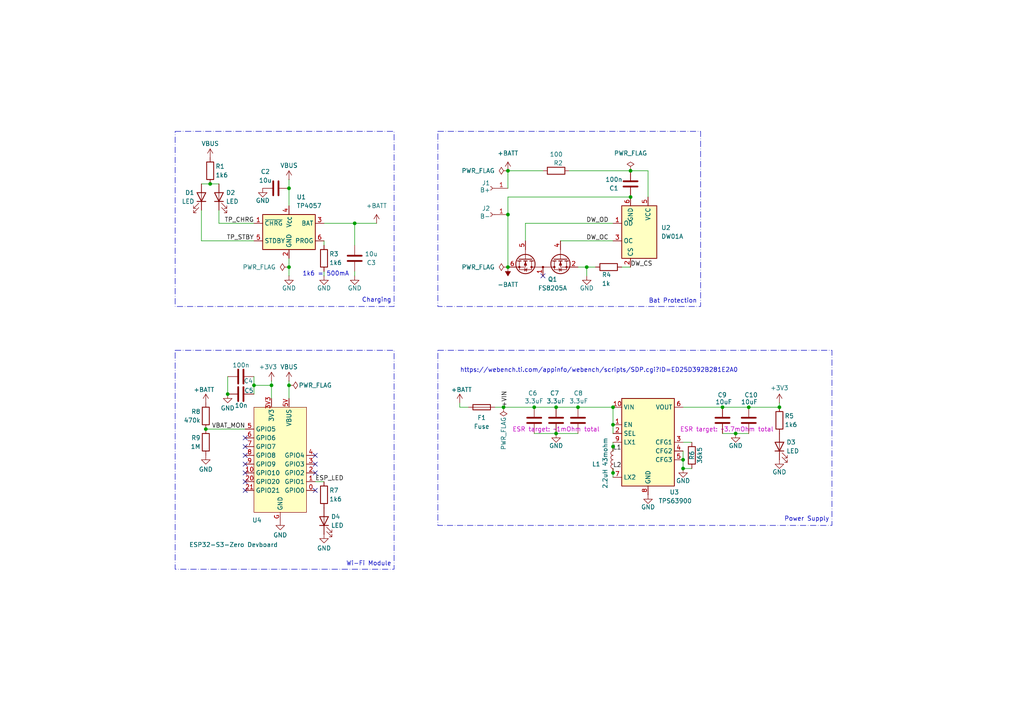
<source format=kicad_sch>
(kicad_sch (version 20250114) (generator "eeschema") (generator_version "9.0")
  (paper "A4")
  (lib_symbols
    (symbol "Battery_Management:DW01A"
      (property "Reference" "U" (at -6.604 6.35 0))
      (property "Value" "DW01A" (at 4.318 6.604 0))
      (symbol "DW01A_0_1"
        (pin power_in line (at -10.16 2.54 0) (length 2.54) (name "VCC") (number "5"))
        (pin power_in line (at -10.16 -2.54 0) (length 2.54) (name "GND") (number "6"))
        (pin output line (at -2.54 -7.62 90) (length 2.54) (name "OD") (number "1"))
        (pin output line (at 2.54 -7.62 90) (length 2.54) (name "OC") (number "3"))
        (pin input line (at 10.16 -2.54 180) (length 2.54) (name "CS") (number "2"))
      )
      (symbol "DW01A_1_1"
        (rectangle (start -7.62 5.08) (end 7.62 -5.08) (stroke (width 0.254)) (fill (type background)))
        (pin no_connect line (at 10.16 2.54 180) (length 2.54) (hide yes) (name "TD") (number "4"))
      )
    )
    (symbol "Battery_Management:TP4057"
      (property "Reference" "U" (at -6.35 6.604 0))
      (property "Value" "TP4057" (at 1.524 6.604 0))
      (symbol "TP4057_0_1"
        (rectangle (start -7.62 5.08) (end 7.62 -5.08) (stroke (width 0.254)) (fill (type background)))
      )
      (symbol "TP4057_1_1"
        (pin open_collector line (at -10.16 2.54 0) (length 2.54) (name "~{CHRG}") (number "1"))
        (pin open_collector line (at -10.16 -2.54 0) (length 2.54) (name "STDBY") (number "5"))
        (pin power_in line (at 0 7.62 270) (length 2.54) (name "V_{CC}") (number "4"))
        (pin power_in line (at 0 -7.62 90) (length 2.54) (name "GND") (number "2"))
        (pin power_out line (at 10.16 2.54 180) (length 2.54) (name "BAT") (number "3"))
        (pin passive line (at 10.16 -2.54 180) (length 2.54) (name "PROG") (number "6"))
      )
    )
    (symbol "Connector:Conn_01x01_Socket" (pin_names (offset 1.016) (hide yes))
      (property "Reference" "J" (at 0 2.54 0))
      (property "Value" "Conn_01x01_Socket" (at 0 -2.54 0))
      (symbol "Conn_01x01_Socket_1_1"
        (polyline (pts (xy -1.27 0) (xy -0.508 0)) (stroke (width 0.1524)))
        (arc (start 0 -0.508) (mid -0.5058 0) (end 0 0.508) (stroke (width 0.1524)))
        (pin passive line (at -5.08 0 0) (length 3.81) (name "Pin_1") (number "1"))
      )
    )
    (symbol "Device:C" (pin_numbers (hide yes)) (pin_names (offset 0.254))
      (property "Reference" "C" (at 0.635 2.54 0))
      (property "Value" "C" (at 0.635 -2.54 0))
      (symbol "C_0_1"
        (polyline (pts (xy -2.032 0.762) (xy 2.032 0.762)) (stroke (width 0.508)))
        (polyline (pts (xy -2.032 -0.762) (xy 2.032 -0.762)) (stroke (width 0.508)))
      )
      (symbol "C_1_1"
        (pin passive line (at 0 3.81 270) (length 2.794) (name "~") (number "1"))
        (pin passive line (at 0 -3.81 90) (length 2.794) (name "~") (number "2"))
      )
    )
    (symbol "Device:Fuse" (pin_numbers (hide yes)) (pin_names (offset 0))
      (property "Reference" "F" (at 2.032 0 90))
      (property "Value" "Fuse" (at -1.905 0 90))
      (symbol "Fuse_0_1"
        (rectangle (start -0.762 -2.54) (end 0.762 2.54) (stroke (width 0.254)))
        (polyline (pts (xy 0 2.54) (xy 0 -2.54)))
      )
      (symbol "Fuse_1_1"
        (pin passive line (at 0 3.81 270) (length 1.27) (name "~") (number "1"))
        (pin passive line (at 0 -3.81 90) (length 1.27) (name "~") (number "2"))
      )
    )
    (symbol "Device:L" (pin_numbers (hide yes)) (pin_names (offset 1.016) (hide yes))
      (property "Reference" "L" (at -1.27 0 90))
      (property "Value" "L" (at 1.905 0 90))
      (symbol "L_0_1"
        (arc (start 0 2.54) (mid 0.6323 1.905) (end 0 1.27))
        (arc (start 0 1.27) (mid 0.6323 0.635) (end 0 0))
        (arc (start 0 0) (mid 0.6323 -0.635) (end 0 -1.27))
        (arc (start 0 -1.27) (mid 0.6323 -1.905) (end 0 -2.54))
      )
      (symbol "L_1_1"
        (pin passive line (at 0 3.81 270) (length 1.27) (name "1") (number "1"))
        (pin passive line (at 0 -3.81 90) (length 1.27) (name "2") (number "2"))
      )
    )
    (symbol "Device:LED" (pin_numbers (hide yes)) (pin_names (offset 1.016) (hide yes))
      (property "Reference" "D" (at 0 2.54 0))
      (property "Value" "LED" (at 0 -2.54 0))
      (symbol "LED_0_1"
        (polyline (pts (xy -3.048 -0.762) (xy -4.572 -2.286) (xy -3.81 -2.286) (xy -4.572 -2.286) (xy -4.572 -1.524)))
        (polyline (pts (xy -1.778 -0.762) (xy -3.302 -2.286) (xy -2.54 -2.286) (xy -3.302 -2.286) (xy -3.302 -1.524)))
        (polyline (pts (xy -1.27 0) (xy 1.27 0)))
        (polyline (pts (xy -1.27 -1.27) (xy -1.27 1.27)) (stroke (width 0.254)))
        (polyline (pts (xy 1.27 -1.27) (xy 1.27 1.27) (xy -1.27 0) (xy 1.27 -1.27)) (stroke (width 0.254)))
      )
      (symbol "LED_1_1"
        (pin passive line (at -3.81 0 0) (length 2.54) (name "K") (number "1"))
        (pin passive line (at 3.81 0 180) (length 2.54) (name "A") (number "2"))
      )
    )
    (symbol "Device:R" (pin_numbers (hide yes)) (pin_names (offset 0))
      (property "Reference" "R" (at 2.032 0 90))
      (property "Value" "R" (at 0 0 90))
      (symbol "R_0_1"
        (rectangle (start -1.016 -2.54) (end 1.016 2.54) (stroke (width 0.254)))
      )
      (symbol "R_1_1"
        (pin passive line (at 0 3.81 270) (length 1.27) (name "~") (number "1"))
        (pin passive line (at 0 -3.81 90) (length 1.27) (name "~") (number "2"))
      )
    )
    (symbol "Regulator_Switching:TPS63900"
      (property "Reference" "U" (at -7.62 13.97 0))
      (property "Value" "TPS63900" (at 5.08 13.97 0))
      (symbol "TPS63900_0_1"
        (rectangle (start -7.62 12.7) (end 7.62 -12.7) (stroke (width 0.254)) (fill (type background)))
      )
      (symbol "TPS63900_1_1"
        (pin power_in line (at -10.16 10.16 0) (length 2.54) (name "VIN") (number "10"))
        (pin input line (at -10.16 5.08 0) (length 2.54) (name "EN") (number "1"))
        (pin input line (at -10.16 2.54 0) (length 2.54) (name "SEL") (number "2"))
        (pin input line (at -10.16 0 0) (length 2.54) (name "LX1") (number "9"))
        (pin input line (at -10.16 -10.16 0) (length 2.54) (name "LX2") (number "7"))
        (pin passive line (at 0 -15.24 90) (length 2.54) (hide yes) (name "GND") (number "11"))
        (pin power_in line (at 0 -15.24 90) (length 2.54) (name "GND") (number "8"))
        (pin power_out line (at 10.16 10.16 180) (length 2.54) (name "VOUT") (number "6"))
        (pin input line (at 10.16 0 180) (length 2.54) (name "CFG1") (number "3"))
        (pin input line (at 10.16 -2.54 180) (length 2.54) (name "CFG2") (number "4"))
        (pin input line (at 10.16 -5.08 180) (length 2.54) (name "CFG3") (number "5"))
      )
    )
    (symbol "power:+3V3" (power) (pin_numbers (hide yes)) (pin_names (offset 0) (hide yes))
      (property "Value" "+3V3" (at 0 3.556 0))
      (symbol "+3V3_0_1"
        (polyline (pts (xy -0.762 1.27) (xy 0 2.54)))
        (polyline (pts (xy 0 2.54) (xy 0.762 1.27)))
        (polyline (pts (xy 0 0) (xy 0 2.54)))
      )
      (symbol "+3V3_1_1"
        (pin power_in line (at 0 0 90) (length 0) (name "~") (number "1"))
      )
    )
    (symbol "power:+BATT" (power) (pin_numbers (hide yes)) (pin_names (offset 0) (hide yes))
      (property "Value" "+BATT" (at 0 3.556 0))
      (symbol "+BATT_0_1"
        (polyline (pts (xy -0.762 1.27) (xy 0 2.54)))
        (polyline (pts (xy 0 2.54) (xy 0.762 1.27)))
        (polyline (pts (xy 0 0) (xy 0 2.54)))
      )
      (symbol "+BATT_1_1"
        (pin power_in line (at 0 0 90) (length 0) (name "~") (number "1"))
      )
    )
    (symbol "power:-BATT" (power) (pin_numbers (hide yes)) (pin_names (offset 0) (hide yes))
      (property "Value" "-BATT" (at 0 3.556 0))
      (symbol "-BATT_0_1"
        (polyline (pts (xy 0 0) (xy 0 2.54)))
        (polyline (pts (xy 0.762 1.27) (xy -0.762 1.27) (xy 0 2.54) (xy 0.762 1.27)) (fill (type outline)))
      )
      (symbol "-BATT_1_1"
        (pin power_in line (at 0 0 90) (length 0) (name "~") (number "1"))
      )
    )
    (symbol "power:GND" (power) (pin_numbers (hide yes)) (pin_names (offset 0) (hide yes))
      (property "Value" "GND" (at 0 -3.81 0))
      (symbol "GND_0_1"
        (polyline (pts (xy 0 0) (xy 0 -1.27) (xy 1.27 -1.27) (xy 0 -2.54) (xy -1.27 -1.27) (xy 0 -1.27)))
      )
      (symbol "GND_1_1"
        (pin power_in line (at 0 0 270) (length 0) (name "~") (number "1"))
      )
    )
    (symbol "power:PWR_FLAG" (power) (pin_numbers (hide yes)) (pin_names (offset 0) (hide yes))
      (property "Value" "PWR_FLAG" (at 0 3.81 0))
      (symbol "PWR_FLAG_0_0"
        (pin power_out line (at 0 0 90) (length 0) (name "~") (number "1"))
      )
      (symbol "PWR_FLAG_0_1"
        (polyline (pts (xy 0 0) (xy 0 1.27) (xy -1.016 1.905) (xy 0 2.54) (xy 1.016 1.905) (xy 0 1.27)))
      )
    )
    (symbol "power:VBUS" (power) (pin_numbers (hide yes)) (pin_names (offset 0) (hide yes))
      (property "Value" "VBUS" (at 0 3.556 0))
      (symbol "VBUS_0_1"
        (polyline (pts (xy -0.762 1.27) (xy 0 2.54)))
        (polyline (pts (xy 0 2.54) (xy 0.762 1.27)))
        (polyline (pts (xy 0 0) (xy 0 2.54)))
      )
      (symbol "VBUS_1_1"
        (pin power_in line (at 0 0 90) (length 0) (name "~") (number "1"))
      )
    )
    (symbol "uCLab symbols:ESP32_S3_ZERO" (in_bom no)
      (property "Reference" "U4" (at -8.128 0.254 0))
      (property "Value" "ESP32-S3-Zero Devboard" (at -26.416 -6.858 0))
      (symbol "ESP32_S3_ZERO_1_0"
        (pin bidirectional line (at -10.16 26.67 0) (length 2.54) (name "GPIO5") (number "5"))
        (pin bidirectional line (at -10.16 24.13 0) (length 2.54) (name "GPIO6") (number "6"))
        (pin bidirectional line (at -10.16 21.59 0) (length 2.54) (name "GPIO7") (number "7"))
        (pin bidirectional line (at -10.16 19.05 0) (length 2.54) (name "GPIO8") (number "8"))
        (pin bidirectional line (at -10.16 16.51 0) (length 2.54) (name "GPIO9") (number "9"))
        (pin bidirectional line (at -10.16 13.97 0) (length 2.54) (name "GPIO10") (number "10"))
        (pin bidirectional line (at -10.16 11.43 0) (length 2.54) (name "GPIO20") (number "20"))
        (pin bidirectional line (at -10.16 8.89 0) (length 2.54) (name "GPIO21") (number "21"))
        (pin power_in line (at -2.54 35.56 270) (length 2.54) (name "3V3") (number "3V3"))
        (pin power_in line (at 0 0 90) (length 2.54) (name "GND") (number "G"))
        (pin power_in line (at 2.54 35.56 270) (length 2.54) (name "VBUS") (number "5V"))
        (pin bidirectional line (at 10.16 19.05 180) (length 2.54) (name "GPIO4") (number "4"))
        (pin bidirectional line (at 10.16 16.51 180) (length 2.54) (name "GPIO3") (number "3"))
        (pin bidirectional line (at 10.16 13.97 180) (length 2.54) (name "GPIO2") (number "2"))
        (pin bidirectional line (at 10.16 11.43 180) (length 2.54) (name "GPIO1") (number "1"))
        (pin bidirectional line (at 10.16 8.89 180) (length 2.54) (name "GPIO0") (number "0"))
      )
      (symbol "ESP32_S3_ZERO_1_1"
        (rectangle (start -7.62 33.02) (end 7.62 2.54) (fill (type background)))
      )
    )
    (symbol "uCLab symbols:FS8205A" (pin_names (hide yes))
      (property "Reference" "Q" (at 2.54 6.985 0))
      (property "Value" "FS8205A" (at 2.54 5.08 0))
      (symbol "FS8205A_0_1"
        (polyline (pts (xy -2.286 5.08) (xy -5.08 5.08)))
        (polyline (pts (xy -2.286 3.175) (xy -2.286 6.985)) (stroke (width 0.254)))
        (polyline (pts (xy -1.778 6.858) (xy 0.762 6.858) (xy 0.762 3.302) (xy -1.778 3.302)))
        (polyline (pts (xy -1.778 6.35) (xy -1.778 7.366)) (stroke (width 0.254)))
        (polyline (pts (xy -1.778 4.572) (xy -1.778 5.588)) (stroke (width 0.254)))
        (polyline (pts (xy -1.778 2.794) (xy -1.778 3.81)) (stroke (width 0.254)))
        (polyline (pts (xy -1.524 5.08) (xy -0.508 4.699) (xy -0.508 5.461) (xy -1.524 5.08)) (fill (type outline)))
        (circle (center -0.889 5.08) (radius 2.794) (stroke (width 0.254)))
        (polyline (pts (xy 0 7.62) (xy 0 5.08) (xy -1.778 5.08)))
        (circle (center 0 6.858) (radius 0.254) (fill (type outline)))
        (circle (center 0 3.302) (radius 0.254) (fill (type outline)))
        (polyline (pts (xy 0 -3.302) (xy 0 3.302)))
        (polyline (pts (xy 0.254 4.572) (xy 0.381 4.699) (xy 1.143 4.699) (xy 1.27 4.826)))
        (polyline (pts (xy 0.762 4.699) (xy 0.381 5.334) (xy 1.143 5.334) (xy 0.762 4.699)))
      )
      (symbol "FS8205A_1_1"
        (polyline (pts (xy -2.286 -3.175) (xy -2.286 -6.985)) (stroke (width 0.254)))
        (polyline (pts (xy -2.286 -5.08) (xy -5.08 -5.08)))
        (polyline (pts (xy -1.778 -2.794) (xy -1.778 -3.81)) (stroke (width 0.254)))
        (polyline (pts (xy -1.778 -4.572) (xy -1.778 -5.588)) (stroke (width 0.254)))
        (polyline (pts (xy -1.778 -6.35) (xy -1.778 -7.366)) (stroke (width 0.254)))
        (polyline (pts (xy -1.778 -6.858) (xy 0.762 -6.858) (xy 0.762 -3.302) (xy -1.778 -3.302)))
        (polyline (pts (xy -1.524 -5.08) (xy -0.508 -4.699) (xy -0.508 -5.461) (xy -1.524 -5.08)) (fill (type outline)))
        (circle (center -0.889 -5.08) (radius 2.794) (stroke (width 0.254)))
        (circle (center 0 0) (radius 0.254) (fill (type outline)))
        (circle (center 0 -3.302) (radius 0.254) (fill (type outline)))
        (circle (center 0 -6.858) (radius 0.254) (fill (type outline)))
        (polyline (pts (xy 0 -7.62) (xy 0 -5.08) (xy -1.778 -5.08)))
        (polyline (pts (xy 0.254 -4.572) (xy 0.381 -4.699) (xy 1.143 -4.699) (xy 1.27 -4.826)))
        (polyline (pts (xy 0.762 -4.699) (xy 0.381 -5.334) (xy 1.143 -5.334) (xy 0.762 -4.699)))
        (pin input line (at -7.62 5.08 0) (length 2.54) (name "G1") (number "4"))
        (pin input line (at -7.62 -5.08 0) (length 2.54) (name "G2") (number "5"))
        (pin passive line (at 0 10.16 270) (length 2.54) (name "S1") (number "2"))
        (pin passive line (at 0 10.16 270) (length 2.54) (hide yes) (name "S1") (number "3"))
        (pin passive line (at 0 -10.16 90) (length 2.54) (name "S2") (number "6"))
        (pin passive line (at 0 -10.16 90) (length 2.54) (hide yes) (name "S2") (number "7"))
        (pin passive line (at 2.54 0 180) (length 2.54) (name "D12") (number "1"))
        (pin passive line (at 2.54 0 180) (length 2.54) (hide yes) (name "D12") (number "8"))
      )
    )
  )
  (rectangle (start 50.8 101.6) (end 114.3 165.1) (stroke (width 0) (type dash_dot)))
  (rectangle (start 127 38.1) (end 203.2 88.9) (stroke (width 0) (type dash_dot)))
  (rectangle (start 127 101.6) (end 241.3 152.4) (stroke (width 0) (type dash_dot)))
  (rectangle (start 50.8 38.1) (end 114.3 88.9) (stroke (width 0) (type dash_dot)))
  (text "Charging" (at 113.538 86.36 0) (effects (font (size 1.27 1.27)) (justify right top)))
  (text "ESR target: ~1mOhm total" (at 161.29 124.714 0) (effects (font (size 1.27 1.27))))
  (text "1k6 = 500mA" (at 94.488 79.502 0) (effects (font (size 1.27 1.27))))
  (text "Power Supply" (at 240.538 149.86 0) (effects (font (size 1.27 1.27)) (justify right top)))
  (text "Wi-Fi Module" (at 113.538 162.814 0) (effects (font (size 1.27 1.27)) (justify right top)))
  (text "Bat Protection" (at 202.184 86.614 0) (effects (font (size 1.27 1.27)) (justify right top)))
  (text "ESR target: ~3.7mOhm total" (at 210.82 124.714 0) (effects (font (size 1.27 1.27))))
  (text "https://webench.ti.com/appinfo/webench/scripts/SDP.cgi?ID=ED25D392B281E2A0" (at 173.736 107.442 0) (effects (font (size 1.27 1.27))))
  (junction (at 182.88 57.15))
  (junction (at 147.32 62.23))
  (junction (at 213.36 125.73))
  (junction (at 217.17 118.11))
  (junction (at 78.74 111.76))
  (junction (at 198.12 133.35))
  (junction (at 147.32 77.47))
  (junction (at 154.94 118.11))
  (junction (at 182.88 49.53))
  (junction (at 59.69 124.46))
  (junction (at 161.29 118.11))
  (junction (at 66.04 114.3))
  (junction (at 60.96 53.34))
  (junction (at 177.8 118.11))
  (junction (at 102.87 64.77))
  (junction (at 177.8 129.54))
  (junction (at 177.8 137.16))
  (junction (at 83.82 54.61))
  (junction (at 83.82 111.76))
  (junction (at 198.12 135.89))
  (junction (at 209.55 118.11))
  (junction (at 167.64 118.11))
  (junction (at 170.18 77.47))
  (junction (at 83.82 77.47))
  (junction (at 226.06 118.11))
  (junction (at 161.29 125.73))
  (junction (at 147.32 49.53))
  (junction (at 177.8 123.19))
  (junction (at 73.66 111.76))
  (junction (at 146.05 118.11))
  (no_connect (at 91.44 142.24))
  (no_connect (at 71.12 137.16))
  (no_connect (at 71.12 134.62))
  (no_connect (at 91.44 134.62))
  (no_connect (at 71.12 142.24))
  (no_connect (at 71.12 129.54))
  (no_connect (at 157.48 80.01))
  (no_connect (at 71.12 127))
  (no_connect (at 71.12 139.7))
  (no_connect (at 91.44 137.16))
  (no_connect (at 91.44 132.08))
  (no_connect (at 71.12 132.08))
  (wire (pts (xy 83.82 110.49) (xy 83.82 111.76)))
  (wire (pts (xy 73.66 109.22) (xy 73.66 111.76)))
  (wire (pts (xy 63.5 64.77) (xy 73.66 64.77)))
  (wire (pts (xy 198.12 118.11) (xy 209.55 118.11)))
  (wire (pts (xy 147.32 57.15) (xy 147.32 62.23)))
  (wire (pts (xy 58.42 69.85) (xy 73.66 69.85)))
  (wire (pts (xy 73.66 111.76) (xy 78.74 111.76)))
  (wire (pts (xy 143.51 118.11) (xy 146.05 118.11)))
  (wire (pts (xy 162.56 69.85) (xy 177.8 69.85)))
  (wire (pts (xy 109.22 64.77) (xy 102.87 64.77)))
  (wire (pts (xy 59.69 124.46) (xy 71.12 124.46)))
  (wire (pts (xy 63.5 60.96) (xy 63.5 64.77)))
  (wire (pts (xy 198.12 135.89) (xy 200.66 135.89)))
  (wire (pts (xy 198.12 133.35) (xy 198.12 135.89)))
  (wire (pts (xy 93.98 78.74) (xy 93.98 80.01)))
  (wire (pts (xy 60.96 53.34) (xy 63.5 53.34)))
  (wire (pts (xy 102.87 64.77) (xy 102.87 71.12)))
  (wire (pts (xy 167.64 118.11) (xy 177.8 118.11)))
  (wire (pts (xy 147.32 54.61) (xy 147.32 49.53)))
  (wire (pts (xy 73.66 111.76) (xy 73.66 114.3)))
  (wire (pts (xy 161.29 125.73) (xy 167.64 125.73)))
  (wire (pts (xy 170.18 77.47) (xy 167.64 77.47)))
  (wire (pts (xy 177.8 137.16) (xy 177.8 138.43)))
  (wire (pts (xy 177.8 135.89) (xy 177.8 137.16)))
  (wire (pts (xy 152.4 69.85) (xy 152.4 64.77)))
  (wire (pts (xy 165.1 49.53) (xy 182.88 49.53)))
  (wire (pts (xy 58.42 53.34) (xy 60.96 53.34)))
  (wire (pts (xy 147.32 57.15) (xy 182.88 57.15)))
  (wire (pts (xy 226.06 116.84) (xy 226.06 118.11)))
  (wire (pts (xy 161.29 118.11) (xy 167.64 118.11)))
  (wire (pts (xy 170.18 77.47) (xy 172.72 77.47)))
  (wire (pts (xy 66.04 109.22) (xy 66.04 114.3)))
  (wire (pts (xy 93.98 71.12) (xy 93.98 69.85)))
  (wire (pts (xy 83.82 52.07) (xy 83.82 54.61)))
  (wire (pts (xy 147.32 62.23) (xy 147.32 77.47)))
  (wire (pts (xy 154.94 118.11) (xy 161.29 118.11)))
  (wire (pts (xy 83.82 77.47) (xy 83.82 80.01)))
  (wire (pts (xy 213.36 125.73) (xy 217.17 125.73)))
  (wire (pts (xy 177.8 123.19) (xy 177.8 125.73)))
  (wire (pts (xy 154.94 125.73) (xy 161.29 125.73)))
  (wire (pts (xy 187.96 49.53) (xy 187.96 57.15)))
  (wire (pts (xy 209.55 125.73) (xy 213.36 125.73)))
  (wire (pts (xy 152.4 64.77) (xy 177.8 64.77)))
  (wire (pts (xy 93.98 139.7) (xy 91.44 139.7)))
  (wire (pts (xy 182.88 49.53) (xy 187.96 49.53)))
  (wire (pts (xy 209.55 118.11) (xy 217.17 118.11)))
  (wire (pts (xy 78.74 111.76) (xy 78.74 115.57)))
  (wire (pts (xy 133.35 118.11) (xy 135.89 118.11)))
  (wire (pts (xy 177.8 118.11) (xy 177.8 123.19)))
  (wire (pts (xy 177.8 128.27) (xy 177.8 129.54)))
  (wire (pts (xy 217.17 118.11) (xy 226.06 118.11)))
  (wire (pts (xy 170.18 77.47) (xy 170.18 80.01)))
  (wire (pts (xy 58.42 60.96) (xy 58.42 69.85)))
  (wire (pts (xy 83.82 54.61) (xy 83.82 59.69)))
  (wire (pts (xy 180.34 77.47) (xy 182.88 77.47)))
  (wire (pts (xy 83.82 111.76) (xy 83.82 115.57)))
  (wire (pts (xy 157.48 49.53) (xy 147.32 49.53)))
  (wire (pts (xy 78.74 110.49) (xy 78.74 111.76)))
  (wire (pts (xy 133.35 118.11) (xy 133.35 116.84)))
  (wire (pts (xy 93.98 64.77) (xy 102.87 64.77)))
  (wire (pts (xy 198.12 130.81) (xy 198.12 133.35)))
  (wire (pts (xy 102.87 80.01) (xy 102.87 78.74)))
  (wire (pts (xy 83.82 74.93) (xy 83.82 77.47)))
  (wire (pts (xy 177.8 129.54) (xy 177.8 130.81)))
  (wire (pts (xy 198.12 128.27) (xy 200.66 128.27)))
  (wire (pts (xy 146.05 118.11) (xy 154.94 118.11)))
  (label "DW_CS" (at 182.88 77.47 0))
  (label "L2" (at 177.8 135.89 0))
  (label "ESP_LED" (at 91.44 139.7 0))
  (label "DW_OC" (at 176.53 69.85 180))
  (label "+VIN" (at 147.32 118.11 90))
  (label "DW_OD" (at 176.53 64.77 180))
  (label "TP_STBY" (at 73.66 69.85 180))
  (label "VBAT_MON" (at 71.12 124.46 180))
  (label "TP_CHRG" (at 73.66 64.77 180))
  (label "L1" (at 177.8 130.81 0))
  (symbol (lib_id "power:+BATT") (at 147.32 49.53 0) (unit 1)
    (property "Reference" "#PWR02" (effects (hide yes)))
    (property "Value" "+BATT" (at 147.32 44.45 0))
    (property "Description" "Power symbol creates a global label with name \"+BATT\"" (effects (hide yes)))
  )
  (symbol (lib_id "Device:R") (at 226.06 121.92 180) (unit 1)
    (property "Reference" "R5" (at 227.584 120.65 0) (effects (justify right)))
    (property "Value" "1k6" (at 227.584 123.19 0) (effects (justify right)))
    (property "Footprint" "Resistor_SMD:R_0603_1608Metric" (effects (hide yes)))
    (property "Description" "Resistor" (effects (hide yes)))
  )
  (symbol (lib_id "power:GND") (at 83.82 80.01 0) (unit 1)
    (property "Reference" "#PWR07" (effects (hide yes)))
    (property "Value" "GND" (at 83.82 83.566 0))
    (property "Description" "Power symbol creates a global label with name \"GND\" , ground" (effects (hide yes)))
  )
  (symbol (lib_id "Device:C") (at 154.94 121.92 180) (unit 1)
    (property "Reference" "C6" (at 153.162 114.046 0) (effects (justify right)))
    (property "Value" "3.3uF" (at 152.146 116.332 0) (effects (justify right)))
    (property "Footprint" "Capacitor_SMD:C_0805_2012Metric" (effects (hide yes)))
    (property "Description" "Unpolarized capacitor" (effects (hide yes)))
  )
  (symbol (lib_id "power:GND") (at 170.18 80.01 0) (unit 1)
    (property "Reference" "#PWR010" (effects (hide yes)))
    (property "Value" "GND" (at 170.18 83.566 0))
    (property "Description" "Power symbol creates a global label with name \"GND\" , ground" (effects (hide yes)))
  )
  (symbol (lib_id "Device:Fuse") (at 139.7 118.11 90) (unit 1)
    (property "Reference" "F1" (at 139.7 121.158 90))
    (property "Value" "Fuse" (at 139.7 123.698 90))
    (property "Footprint" "Fuse:Fuse_0603_1608Metric" (effects (hide yes)))
    (property "Description" "Fuse" (effects (hide yes)))
  )
  (symbol (lib_id "Device:LED") (at 63.5 57.15 90) (unit 1)
    (property "Reference" "D2" (at 65.532 55.88 90) (effects (justify right)))
    (property "Value" "LED" (at 65.532 58.42 90) (effects (justify right)))
    (property "Footprint" "LED_SMD:LED_0603_1608Metric" (effects (hide yes)))
    (property "Description" "Light emitting diode" (effects (hide yes)))
  )
  (symbol (lib_id "Device:C") (at 161.29 121.92 180) (unit 1)
    (property "Reference" "C7" (at 159.512 114.046 0) (effects (justify right)))
    (property "Value" "3.3uF" (at 158.496 116.332 0) (effects (justify right)))
    (property "Footprint" "Capacitor_SMD:C_0805_2012Metric" (effects (hide yes)))
    (property "Description" "Unpolarized capacitor" (effects (hide yes)))
  )
  (symbol (lib_id "power:+BATT") (at 109.22 64.77 0) (unit 1)
    (property "Reference" "#PWR05" (effects (hide yes)))
    (property "Value" "+BATT" (at 109.22 59.69 0))
    (property "Description" "Power symbol creates a global label with name \"+BATT\"" (effects (hide yes)))
  )
  (symbol (lib_id "Device:R") (at 161.29 49.53 270) (unit 1)
    (property "Reference" "R2" (at 163.2585 47.3075 90) (effects (justify right)))
    (property "Value" "100" (at 163.2585 44.7675 90) (effects (justify right)))
    (property "Footprint" "Resistor_SMD:R_0603_1608Metric" (effects (hide yes)))
    (property "Description" "Resistor" (effects (hide yes)))
  )
  (symbol (lib_id "Device:C") (at 217.17 121.92 180) (unit 1)
    (property "Reference" "C10" (at 215.9 114.554 0) (effects (justify right)))
    (property "Value" "10uF" (at 214.884 116.586 0) (effects (justify right)))
    (property "Footprint" "Capacitor_SMD:C_0805_2012Metric" (effects (hide yes)))
    (property "Description" "Unpolarized capacitor" (effects (hide yes)))
  )
  (symbol (lib_id "power:PWR_FLAG") (at 83.82 77.47 90) (unit 1)
    (property "Reference" "#FLG03" (effects (hide yes)))
    (property "Value" "PWR_FLAG" (at 80.01 77.4699 90) (effects (justify left)))
    (property "Description" "Special symbol for telling ERC where power comes from" (effects (hide yes)))
  )
  (symbol (lib_id "power:+3V3") (at 78.74 110.49 0) (unit 1)
    (property "Reference" "#PWR011" (effects (hide yes)))
    (property "Value" "+3V3" (at 77.724 106.426 0))
    (property "Description" "Power symbol creates a global label with name \"+3V3\"" (effects (hide yes)))
  )
  (symbol (lib_id "power:GND") (at 161.29 125.73 0) (unit 1)
    (property "Reference" "#PWR016" (effects (hide yes)))
    (property "Value" "GND" (at 161.29 129.286 0))
    (property "Description" "Power symbol creates a global label with name \"GND\" , ground" (effects (hide yes)))
  )
  (symbol (lib_id "Device:C") (at 167.64 121.92 180) (unit 1)
    (property "Reference" "C8" (at 166.37 114.046 0) (effects (justify right)))
    (property "Value" "3.3uF" (at 165.1 116.332 0) (effects (justify right)))
    (property "Footprint" "Capacitor_SMD:C_0805_2012Metric" (effects (hide yes)))
    (property "Description" "Unpolarized capacitor" (effects (hide yes)))
  )
  (symbol (lib_id "power:GND") (at 198.12 135.89 0) (unit 1)
    (property "Reference" "#PWR019" (effects (hide yes)))
    (property "Value" "GND" (at 198.12 139.446 0))
    (property "Description" "Power symbol creates a global label with name \"GND\" , ground" (effects (hide yes)))
  )
  (symbol (lib_id "Connector:Conn_01x01_Socket") (at 142.24 54.61 180) (unit 1)
    (property "Reference" "J1" (at 140.97 53.086 0))
    (property "Value" "B+" (at 140.716 55.118 0))
    (property "Footprint" "cheaponder:pbwire" (effects (hide yes)))
    (property "Description" "Generic connector, single row, 01x01, script generated" (effects (hide yes)))
  )
  (symbol (lib_id "power:GND") (at 76.2 54.61 0) (unit 1)
    (property "Reference" "#PWR04" (effects (hide yes)))
    (property "Value" "GND" (at 76.2 58.166 0))
    (property "Description" "Power symbol creates a global label with name \"GND\" , ground" (effects (hide yes)))
  )
  (symbol (lib_id "power:GND") (at 187.96 143.51 0) (unit 1)
    (property "Reference" "#PWR020" (effects (hide yes)))
    (property "Value" "GND" (at 187.96 147.066 0))
    (property "Description" "Power symbol creates a global label with name \"GND\" , ground" (effects (hide yes)))
  )
  (symbol (lib_id "Battery_Management:TP4057") (at 83.82 67.31 0) (unit 1)
    (property "Reference" "U1" (at 86.0141 57.15 0) (effects (justify left)))
    (property "Value" "TP4057" (at 86.0141 59.69 0) (effects (justify left)))
    (property "Footprint" "Package_TO_SOT_SMD:TSOT-23-6" (effects (hide yes)))
    (property "Datasheet" "http://toppwr.com/uploadfile/file/20230304/640302a47b738.pdf" (effects (hide yes)))
    (property "Description" "Constant-current/constant-voltage linear charger for single cell lithium-ion batteries with 2.9V Trickle Charge, 4.5V to 6.5V VDD, -40 to +85 degree Celsius, TSOT-23-5" (effects (hide yes)))
  )
  (symbol (lib_id "power:GND") (at 93.98 154.94 0) (mirror y) (unit 1)
    (property "Reference" "#PWR022" (effects (hide yes)))
    (property "Value" "GND" (at 93.98 159.004 0))
    (property "Description" "Power symbol creates a global label with name \"GND\" , ground" (effects (hide yes)))
  )
  (symbol (lib_id "power:+3V3") (at 226.06 116.84 0) (unit 1)
    (property "Reference" "#PWR014" (effects (hide yes)))
    (property "Value" "+3V3" (at 226.06 112.522 0))
    (property "Description" "Power symbol creates a global label with name \"+3V3\"" (effects (hide yes)))
  )
  (symbol (lib_id "power:GND") (at 81.28 151.13 0) (unit 1)
    (property "Reference" "#PWR021" (effects (hide yes)))
    (property "Value" "GND" (at 83.312 155.194 0) (effects (justify right)))
    (property "Description" "Power symbol creates a global label with name \"GND\" , ground" (effects (hide yes)))
  )
  (symbol (lib_id "power:GND") (at 66.04 114.3 0) (unit 1)
    (property "Reference" "#PWR015" (effects (hide yes)))
    (property "Value" "GND" (at 68.072 118.364 0) (effects (justify right)))
    (property "Description" "Power symbol creates a global label with name \"GND\" , ground" (effects (hide yes)))
  )
  (symbol (lib_id "Device:R") (at 59.69 128.27 0) (mirror x) (unit 1)
    (property "Reference" "R9" (at 58.166 127 0) (effects (justify right)))
    (property "Value" "1M" (at 58.166 129.54 0) (effects (justify right)))
    (property "Footprint" "Resistor_SMD:R_0603_1608Metric" (effects (hide yes)))
    (property "Description" "Resistor" (effects (hide yes)))
  )
  (symbol (lib_id "power:PWR_FLAG") (at 83.82 111.76 270) (unit 1)
    (property "Reference" "#FLG05" (effects (hide yes)))
    (property "Value" "PWR_FLAG" (at 91.44 111.76 90))
    (property "Description" "Special symbol for telling ERC where power comes from" (effects (hide yes)))
  )
  (symbol (lib_id "Device:R") (at 93.98 74.93 180) (unit 1)
    (property "Reference" "R3" (at 95.504 73.66 0) (effects (justify right)))
    (property "Value" "1k6" (at 95.504 76.2 0) (effects (justify right)))
    (property "Footprint" "Resistor_SMD:R_0603_1608Metric" (effects (hide yes)))
    (property "Description" "Resistor" (effects (hide yes)))
  )
  (symbol (lib_id "uCLab symbols:ESP32_S3_ZERO") (at 81.28 151.13 0) (unit 1) (in_bom no)
    (property "Reference" "U4" (at 73.152 150.876 0) (effects (justify left)))
    (property "Value" "ESP32-S3-Zero Devboard" (at 54.864 157.988 0) (effects (justify left)))
    (property "Footprint" "cheaponder:ESP32_C3_SuperMini" (effects (hide yes)))
    (property "Description" "ESP32-S3FH4R2 Devboard" (effects (hide yes)))
  )
  (symbol (lib_id "power:GND") (at 93.98 80.01 0) (unit 1)
    (property "Reference" "#PWR08" (effects (hide yes)))
    (property "Value" "GND" (at 93.98 83.566 0))
    (property "Description" "Power symbol creates a global label with name \"GND\" , ground" (effects (hide yes)))
  )
  (symbol (lib_id "power:GND") (at 226.06 133.35 0) (mirror y) (unit 1)
    (property "Reference" "#PWR018" (effects (hide yes)))
    (property "Value" "GND" (at 226.06 136.906 0))
    (property "Description" "Power symbol creates a global label with name \"GND\" , ground" (effects (hide yes)))
  )
  (symbol (lib_id "Connector:Conn_01x01_Socket") (at 142.24 62.23 180) (unit 1)
    (property "Reference" "J2" (at 140.97 60.452 0))
    (property "Value" "B-" (at 140.716 62.738 0))
    (property "Footprint" "cheaponder:pbwire" (effects (hide yes)))
    (property "Description" "Generic connector, single row, 01x01, script generated" (effects (hide yes)))
  )
  (symbol (lib_id "power:PWR_FLAG") (at 182.88 49.53 0) (unit 1)
    (property "Reference" "#FLG02" (effects (hide yes)))
    (property "Value" "PWR_FLAG" (at 182.88 44.45 0))
    (property "Description" "Special symbol for telling ERC where power comes from" (effects (hide yes)))
  )
  (symbol (lib_id "power:+BATT") (at 133.35 116.84 0) (mirror y) (unit 1)
    (property "Reference" "#PWR013" (effects (hide yes)))
    (property "Value" "+BATT" (at 133.858 113.03 0))
    (property "Description" "Power symbol creates a global label with name \"+BATT\"" (effects (hide yes)))
  )
  (symbol (lib_id "power:VBUS") (at 83.82 110.49 0) (unit 1)
    (property "Reference" "#PWR012" (effects (hide yes)))
    (property "Value" "VBUS" (at 83.82 106.426 0))
    (property "Description" "Power symbol creates a global label with name \"VBUS\"" (effects (hide yes)))
  )
  (symbol (lib_id "power:+BATT") (at 59.69 116.84 0) (unit 1)
    (property "Reference" "#PWR023" (effects (hide yes)))
    (property "Value" "+BATT" (at 59.182 113.03 0))
    (property "Description" "Power symbol creates a global label with name \"+BATT\"" (effects (hide yes)))
  )
  (symbol (lib_id "Device:C") (at 69.85 114.3 270) (mirror x) (unit 1)
    (property "Reference" "C5" (at 70.866 113.284 90) (effects (justify left)))
    (property "Value" "10n" (at 68.072 117.602 90) (effects (justify left)))
    (property "Footprint" "Capacitor_SMD:C_0603_1608Metric" (effects (hide yes)))
    (property "Description" "Unpolarized capacitor" (effects (hide yes)))
  )
  (symbol (lib_id "power:PWR_FLAG") (at 146.05 118.11 180) (unit 1)
    (property "Reference" "#FLG06" (effects (hide yes)))
    (property "Value" "PWR_FLAG" (at 146.05 125.73 90))
    (property "Description" "Special symbol for telling ERC where power comes from" (effects (hide yes)))
  )
  (symbol (lib_id "power:PWR_FLAG") (at 147.32 49.53 90) (unit 1)
    (property "Reference" "#FLG01" (effects (hide yes)))
    (property "Value" "PWR_FLAG" (at 143.51 49.5299 90) (effects (justify left)))
    (property "Description" "Special symbol for telling ERC where power comes from" (effects (hide yes)))
  )
  (symbol (lib_id "power:-BATT") (at 147.32 77.47 180) (unit 1)
    (property "Reference" "#PWR06" (effects (hide yes)))
    (property "Value" "-BATT" (at 147.32 82.55 0))
    (property "Description" "Power symbol creates a global label with name \"-BATT\"" (effects (hide yes)))
  )
  (symbol (lib_id "Device:C") (at 209.55 121.92 0) (mirror x) (unit 1)
    (property "Reference" "C9" (at 210.82 114.554 0) (effects (justify right)))
    (property "Value" "10uF" (at 212.344 116.586 0) (effects (justify right)))
    (property "Footprint" "Capacitor_SMD:C_0805_2012Metric" (effects (hide yes)))
    (property "Description" "Unpolarized capacitor" (effects (hide yes)))
  )
  (symbol (lib_id "Battery_Management:DW01A") (at 185.42 67.31 270) (unit 1)
    (property "Reference" "U2" (at 191.77 66.0399 90) (effects (justify left)))
    (property "Value" "DW01A" (at 191.77 68.5799 90) (effects (justify left)))
    (property "Footprint" "Package_TO_SOT_SMD:SOT-23-6" (effects (hide yes)))
    (property "Datasheet" "https://hmsemi.com/downfile/DW01A.PDF" (effects (hide yes)))
    (property "Description" "Overcharge, overcurrent and overdischarge protection IC for single cell lithium-ion/polymer battery" (effects (hide yes)))
  )
  (symbol (lib_id "power:GND") (at 59.69 132.08 0) (unit 1)
    (property "Reference" "#PWR024" (effects (hide yes)))
    (property "Value" "GND" (at 59.69 136.144 0))
    (property "Description" "Power symbol creates a global label with name \"GND\" , ground" (effects (hide yes)))
  )
  (symbol (lib_id "Device:R") (at 60.96 49.53 180) (unit 1)
    (property "Reference" "R1" (at 62.484 48.26 0) (effects (justify right)))
    (property "Value" "1k6" (at 62.484 50.8 0) (effects (justify right)))
    (property "Footprint" "Resistor_SMD:R_0603_1608Metric" (effects (hide yes)))
    (property "Description" "Resistor" (effects (hide yes)))
  )
  (symbol (lib_id "Device:C") (at 182.88 53.34 0) (mirror x) (unit 1)
    (property "Reference" "C1" (at 178.054 54.61 0))
    (property "Value" "100n" (at 178.054 52.07 0))
    (property "Footprint" "Capacitor_SMD:C_0603_1608Metric" (effects (hide yes)))
    (property "Description" "Unpolarized capacitor" (effects (hide yes)))
  )
  (symbol (lib_id "power:PWR_FLAG") (at 147.32 77.47 90) (unit 1)
    (property "Reference" "#FLG04" (effects (hide yes)))
    (property "Value" "PWR_FLAG" (at 143.51 77.4699 90) (effects (justify left)))
    (property "Description" "Special symbol for telling ERC where power comes from" (effects (hide yes)))
  )
  (symbol (lib_id "Device:C") (at 80.01 54.61 90) (unit 1)
    (property "Reference" "C2" (at 76.962 49.784 90))
    (property "Value" "10u" (at 76.962 52.324 90))
    (property "Footprint" "Capacitor_SMD:C_0603_1608Metric" (effects (hide yes)))
    (property "Description" "Unpolarized capacitor" (effects (hide yes)))
  )
  (symbol (lib_id "Device:LED") (at 58.42 57.15 270) (mirror x) (unit 1)
    (property "Reference" "D1" (at 56.388 55.88 90) (effects (justify right)))
    (property "Value" "LED" (at 56.388 58.42 90) (effects (justify right)))
    (property "Footprint" "LED_SMD:LED_0603_1608Metric" (effects (hide yes)))
    (property "Description" "Light emitting diode" (effects (hide yes)))
  )
  (symbol (lib_id "Device:LED") (at 93.98 151.13 90) (unit 1)
    (property "Reference" "D4" (at 96.012 149.86 90) (effects (justify right)))
    (property "Value" "LED" (at 96.012 152.4 90) (effects (justify right)))
    (property "Footprint" "LED_SMD:LED_0603_1608Metric" (effects (hide yes)))
    (property "Description" "Light emitting diode" (effects (hide yes)))
  )
  (symbol (lib_id "power:VBUS") (at 83.82 52.07 0) (unit 1)
    (property "Reference" "#PWR03" (effects (hide yes)))
    (property "Value" "VBUS" (at 83.82 48.006 0))
    (property "Description" "Power symbol creates a global label with name \"VBUS\"" (effects (hide yes)))
  )
  (symbol (lib_id "uCLab symbols:FS8205A") (at 157.48 77.47 270) (unit 1)
    (property "Reference" "Q1" (at 160.274 81.026 90))
    (property "Value" "FS8205A" (at 160.274 83.566 90))
    (property "Footprint" "Package_SO:TSSOP-8_4.4x3mm_P0.65mm" (effects (hide yes)))
    (property "Datasheet" "https://www.ic-fortune.com/upload/Download/FS8205A-DS-12_EN.pdf" (effects (hide yes)))
    (property "Description" "4A Id, 20V Vds, Common-Drain, Dual N-Channel Battery Protection MOSFET, 25mOhm Ron, TSSOP-8" (effects (hide yes)))
  )
  (symbol (lib_id "Device:L") (at 177.8 133.35 180) (unit 1)
    (property "Reference" "L1" (at 171.704 134.62 0) (effects (justify right)))
    (property "Value" "2.2uH 43mohm" (at 175.514 141.732 90) (effects (justify right)))
    (property "Footprint" "Inductor_SMD:L_Changjiang_FNR5020S" (effects (hide yes)))
    (property "Datasheet" "https://www.mouser.de/datasheet/2/585/Samsung_4_13_2022_CIGW404020KM1R0ML_Datasheet-2939283.pdf" (effects (hide yes)))
    (property "Description" "Inductor" (effects (hide yes)))
  )
  (symbol (lib_id "Device:R") (at 59.69 120.65 0) (mirror x) (unit 1)
    (property "Reference" "R8" (at 58.166 119.38 0) (effects (justify right)))
    (property "Value" "470k" (at 58.166 121.92 0) (effects (justify right)))
    (property "Footprint" "Resistor_SMD:R_0603_1608Metric" (effects (hide yes)))
    (property "Description" "Resistor" (effects (hide yes)))
  )
  (symbol (lib_id "Device:R") (at 93.98 143.51 180) (unit 1)
    (property "Reference" "R7" (at 95.504 142.24 0) (effects (justify right)))
    (property "Value" "1k6" (at 95.504 144.78 0) (effects (justify right)))
    (property "Footprint" "Resistor_SMD:R_0603_1608Metric" (effects (hide yes)))
    (property "Description" "Resistor" (effects (hide yes)))
  )
  (symbol (lib_id "Device:C") (at 69.85 109.22 90) (mirror x) (unit 1)
    (property "Reference" "C4" (at 73.406 110.49 90) (effects (justify left)))
    (property "Value" "100n" (at 72.39 105.918 90) (effects (justify left)))
    (property "Footprint" "Capacitor_SMD:C_0603_1608Metric" (effects (hide yes)))
    (property "Description" "Unpolarized capacitor" (effects (hide yes)))
  )
  (symbol (lib_id "Device:R") (at 176.53 77.47 90) (unit 1)
    (property "Reference" "R4" (at 174.5615 79.6925 90) (effects (justify right)))
    (property "Value" "1k" (at 174.5615 82.2325 90) (effects (justify right)))
    (property "Footprint" "Resistor_SMD:R_0603_1608Metric" (effects (hide yes)))
    (property "Description" "Resistor" (effects (hide yes)))
  )
  (symbol (lib_id "Device:C") (at 102.87 74.93 180) (unit 1)
    (property "Reference" "C3" (at 107.696 76.2 0))
    (property "Value" "10u" (at 107.696 73.66 0))
    (property "Footprint" "Capacitor_SMD:C_0603_1608Metric" (effects (hide yes)))
    (property "Description" "Unpolarized capacitor" (effects (hide yes)))
  )
  (symbol (lib_id "Device:LED") (at 226.06 129.54 90) (unit 1)
    (property "Reference" "D3" (at 228.092 128.27 90) (effects (justify right)))
    (property "Value" "LED" (at 228.092 130.81 90) (effects (justify right)))
    (property "Footprint" "LED_SMD:LED_0603_1608Metric" (effects (hide yes)))
    (property "Description" "Light emitting diode" (effects (hide yes)))
  )
  (symbol (lib_id "Regulator_Switching:TPS63900") (at 187.96 128.27 0) (unit 1)
    (property "Reference" "U3" (at 195.58 142.748 0))
    (property "Value" "TPS63900" (at 195.834 145.288 0))
    (property "Footprint" "Package_SON:WSON-10-1EP_2.5x2.5mm_P0.5mm_EP1.2x2mm_ThermalVias" (effects (hide yes)))
    (property "Datasheet" "https://www.ti.com/lit/ds/symlink/tps63900.pdf" (effects (hide yes)))
    (property "Description" "Buck-Boost Converter, 1.8-5.5V Input Voltage, 0.4A Switch Current, Adjustable 1.8-5V Output Voltage, WSON-10" (effects (hide yes)))
  )
  (symbol (lib_id "power:GND") (at 102.87 80.01 0) (unit 1)
    (property "Reference" "#PWR09" (effects (hide yes)))
    (property "Value" "GND" (at 102.87 83.566 0))
    (property "Description" "Power symbol creates a global label with name \"GND\" , ground" (effects (hide yes)))
  )
  (symbol (lib_id "power:GND") (at 213.36 125.73 0) (unit 1)
    (property "Reference" "#PWR017" (effects (hide yes)))
    (property "Value" "GND" (at 213.36 129.286 0))
    (property "Description" "Power symbol creates a global label with name \"GND\" , ground" (effects (hide yes)))
  )
  (symbol (lib_id "Device:R") (at 200.66 132.08 0) (unit 1)
    (property "Reference" "R6" (at 200.66 132.08 90))
    (property "Value" "36k5" (at 202.946 132.08 90))
    (property "Footprint" "Resistor_SMD:R_0603_1608Metric" (effects (hide yes)))
    (property "Description" "Resistor" (effects (hide yes)))
  )
  (symbol (lib_id "power:VBUS") (at 60.96 45.72 0) (unit 1)
    (property "Reference" "#PWR01" (effects (hide yes)))
    (property "Value" "VBUS" (at 60.96 41.656 0))
    (property "Description" "Power symbol creates a global label with name \"VBUS\"" (effects (hide yes)))
  )
)
</source>
